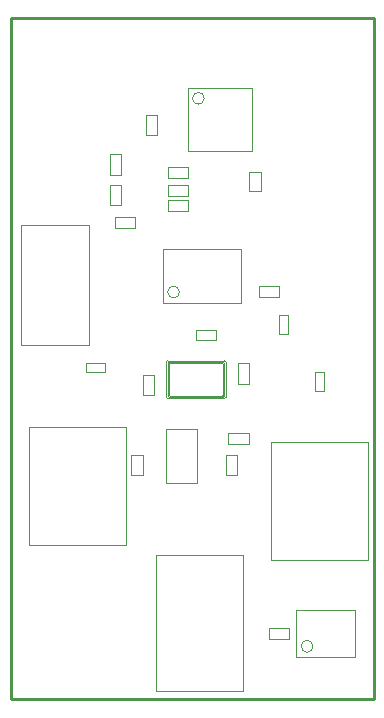
<source format=gbr>
G04*
G04 #@! TF.GenerationSoftware,Altium Limited,Altium Designer,25.7.1 (20)*
G04*
G04 Layer_Color=16711935*
%FSLAX44Y44*%
%MOMM*%
G71*
G04*
G04 #@! TF.SameCoordinates,265DE244-54D5-4CCD-A973-AF3357FD315F*
G04*
G04*
G04 #@! TF.FilePolarity,Positive*
G04*
G01*
G75*
%ADD15C,0.2540*%
%ADD77C,0.1000*%
%ADD78C,0.0500*%
D15*
X1465580Y259080D02*
X1772920D01*
X1465580Y835660D02*
X1772920D01*
Y259080D02*
Y835660D01*
X1465580Y259080D02*
Y835660D01*
D77*
X1608500Y604000D02*
G03*
X1608500Y604000I-5000J0D01*
G01*
X1721500Y304000D02*
G03*
X1721500Y304000I-5000J0D01*
G01*
X1629500Y768000D02*
G03*
X1629500Y768000I-5000J0D01*
G01*
X1684500Y310500D02*
Y319500D01*
X1701500Y310500D02*
Y319500D01*
X1684500D02*
X1701500D01*
X1684500Y310500D02*
X1701500D01*
X1658000Y526500D02*
X1667000D01*
X1658000Y543500D02*
X1667000D01*
X1658000Y526500D02*
Y543500D01*
X1667000Y526500D02*
Y543500D01*
X1700720Y568460D02*
Y584460D01*
X1692720D02*
X1700720D01*
X1692720Y568460D02*
Y584460D01*
Y568460D02*
X1700720D01*
X1676140Y600020D02*
Y609020D01*
X1693140Y600020D02*
Y609020D01*
X1676140D02*
X1693140D01*
X1676140Y600020D02*
X1693140D01*
X1580460Y753890D02*
X1589460D01*
X1580460Y736890D02*
X1589460D01*
Y753890D01*
X1580460Y736890D02*
Y753890D01*
X1549730Y703320D02*
X1559230D01*
X1549730Y720820D02*
X1559230D01*
X1549730Y703320D02*
Y720820D01*
X1559230Y703320D02*
Y720820D01*
X1549980Y694300D02*
X1558980D01*
X1549980Y677300D02*
X1558980D01*
Y694300D01*
X1549980Y677300D02*
Y694300D01*
X1570600Y658440D02*
Y667440D01*
X1553600Y658440D02*
Y667440D01*
Y658440D02*
X1570600D01*
X1553600Y667440D02*
X1570600D01*
X1622750Y563000D02*
Y572000D01*
X1639750Y563000D02*
Y572000D01*
X1622750D02*
X1639750D01*
X1622750Y563000D02*
X1639750D01*
X1578000Y533500D02*
X1587000D01*
X1578000Y516500D02*
X1587000D01*
Y533500D01*
X1578000Y516500D02*
Y533500D01*
X1597000Y488000D02*
X1623000D01*
X1597000Y442000D02*
X1623000D01*
X1597000D02*
Y488000D01*
X1623000Y442000D02*
Y488000D01*
X1616000Y700500D02*
Y709500D01*
X1599000Y700500D02*
Y709500D01*
Y700500D02*
X1616000D01*
X1599000Y709500D02*
X1616000D01*
Y685500D02*
Y694500D01*
X1599000Y685500D02*
Y694500D01*
Y685500D02*
X1616000D01*
X1599000Y694500D02*
X1616000D01*
Y673000D02*
Y682000D01*
X1599000Y673000D02*
Y682000D01*
Y673000D02*
X1616000D01*
X1599000Y682000D02*
X1616000D01*
X1660500Y595000D02*
Y640000D01*
X1594500Y595000D02*
Y640000D01*
X1660500D01*
X1594500Y595000D02*
X1660500D01*
X1707500Y295000D02*
X1757500D01*
X1707500Y335000D02*
X1757500D01*
X1707500Y295000D02*
Y335000D01*
X1757500Y295000D02*
Y335000D01*
X1723200Y536320D02*
X1731200D01*
Y520320D02*
Y536320D01*
X1723200Y520320D02*
X1731200D01*
X1723200D02*
Y536320D01*
X1615500Y723000D02*
Y777000D01*
X1669500Y723000D02*
Y777000D01*
X1615500D02*
X1669500D01*
X1615500Y723000D02*
X1669500D01*
X1686200Y377120D02*
X1768200D01*
Y477120D01*
X1686200D02*
X1768200D01*
X1686200Y377120D02*
Y477120D01*
X1649500Y475250D02*
Y484750D01*
X1667000Y475250D02*
Y484750D01*
X1649500D02*
X1667000D01*
X1649500Y475250D02*
X1667000D01*
X1647750Y466250D02*
X1657250D01*
X1647750Y448750D02*
X1657250D01*
Y466250D01*
X1647750Y448750D02*
Y466250D01*
X1545500Y536000D02*
Y544000D01*
X1529500Y536000D02*
X1545500D01*
X1529500D02*
Y544000D01*
X1545500D01*
X1481500Y390000D02*
Y490000D01*
X1563500D01*
Y390000D02*
Y490000D01*
X1481500Y390000D02*
X1563500D01*
X1667750Y689250D02*
Y705750D01*
X1677250Y689250D02*
Y705750D01*
X1667750Y689250D02*
X1677250D01*
X1667750Y705750D02*
X1677250D01*
X1567750Y448750D02*
Y466250D01*
X1577250Y448750D02*
Y466250D01*
X1567750Y448750D02*
X1577250D01*
X1567750Y466250D02*
X1577250D01*
X1588600Y266140D02*
Y381140D01*
X1662600D01*
Y266140D02*
Y381140D01*
X1588600Y266140D02*
X1662600D01*
X1474600Y660800D02*
X1531800D01*
X1474600Y559200D02*
Y660800D01*
Y559200D02*
X1531800D01*
Y660800D01*
D78*
X1645500Y543000D02*
G03*
X1644500Y544000I-1000J0D01*
G01*
Y516000D02*
G03*
X1645500Y517000I0J1000D01*
G01*
X1599500D02*
G03*
X1600500Y516000I1000J0D01*
G01*
Y544000D02*
G03*
X1599500Y543000I0J-1000D01*
G01*
X1645500Y515000D02*
G03*
X1646500Y516000I0J1000D01*
G01*
X1598500D02*
G03*
X1599500Y515000I1000J0D01*
G01*
Y545000D02*
G03*
X1598500Y544000I0J-1000D01*
G01*
X1646500D02*
G03*
X1645500Y545000I-1000J0D01*
G01*
X1598500Y514000D02*
G03*
X1597500Y515000I-1000J0D01*
G01*
Y545000D02*
G03*
X1598500Y546000I0J1000D01*
G01*
X1647500Y515000D02*
G03*
X1646500Y514000I0J-1000D01*
G01*
Y546000D02*
G03*
X1647500Y545000I1000J0D01*
G01*
X1599500Y517000D02*
Y543000D01*
X1645500Y517000D02*
Y543000D01*
X1600500Y516000D02*
X1644500D01*
X1600500Y544000D02*
X1644500D01*
X1599500Y515000D02*
X1645500D01*
X1598500Y516000D02*
Y544000D01*
X1646500Y516000D02*
Y544000D01*
X1599500Y545000D02*
X1645500D01*
X1647500Y515000D02*
Y545000D01*
X1598500Y514000D02*
X1646500D01*
X1597500Y515000D02*
Y545000D01*
X1598500Y546000D02*
X1646500D01*
M02*

</source>
